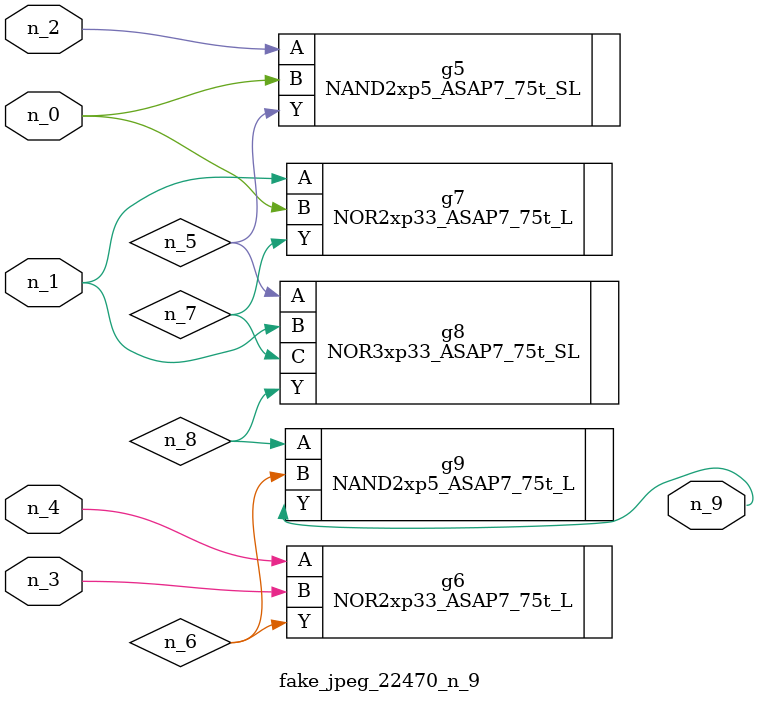
<source format=v>
module fake_jpeg_22470_n_9 (n_3, n_2, n_1, n_0, n_4, n_9);

input n_3;
input n_2;
input n_1;
input n_0;
input n_4;

output n_9;

wire n_8;
wire n_6;
wire n_5;
wire n_7;

NAND2xp5_ASAP7_75t_SL g5 ( 
.A(n_2),
.B(n_0),
.Y(n_5)
);

NOR2xp33_ASAP7_75t_L g6 ( 
.A(n_4),
.B(n_3),
.Y(n_6)
);

NOR2xp33_ASAP7_75t_L g7 ( 
.A(n_1),
.B(n_0),
.Y(n_7)
);

NOR3xp33_ASAP7_75t_SL g8 ( 
.A(n_5),
.B(n_1),
.C(n_7),
.Y(n_8)
);

NAND2xp5_ASAP7_75t_L g9 ( 
.A(n_8),
.B(n_6),
.Y(n_9)
);


endmodule
</source>
